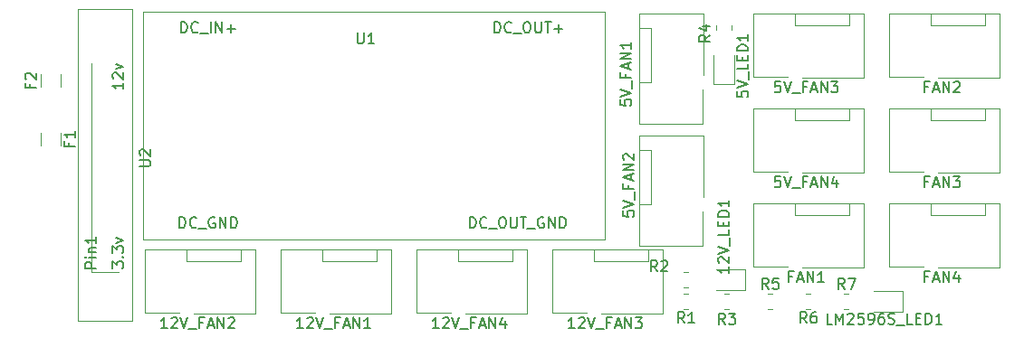
<source format=gbr>
%TF.GenerationSoftware,KiCad,Pcbnew,(5.1.10)-1*%
%TF.CreationDate,2021-07-19T20:33:02+08:00*%
%TF.ProjectId,FanDCControl,46616e44-4343-46f6-9e74-726f6c2e6b69,rev?*%
%TF.SameCoordinates,Original*%
%TF.FileFunction,Legend,Top*%
%TF.FilePolarity,Positive*%
%FSLAX46Y46*%
G04 Gerber Fmt 4.6, Leading zero omitted, Abs format (unit mm)*
G04 Created by KiCad (PCBNEW (5.1.10)-1) date 2021-07-19 20:33:02*
%MOMM*%
%LPD*%
G01*
G04 APERTURE LIST*
%ADD10C,0.120000*%
%ADD11C,0.150000*%
G04 APERTURE END LIST*
D10*
%TO.C,R7*%
X147854936Y-90959000D02*
X148309064Y-90959000D01*
X147854936Y-92429000D02*
X148309064Y-92429000D01*
%TO.C,R6*%
X144298936Y-90959000D02*
X144753064Y-90959000D01*
X144298936Y-92429000D02*
X144753064Y-92429000D01*
%TO.C,R5*%
X140742936Y-90959000D02*
X141197064Y-90959000D01*
X140742936Y-92429000D02*
X141197064Y-92429000D01*
%TO.C,LM2596S_LED1*%
X150638000Y-92654000D02*
X153323000Y-92654000D01*
X153323000Y-92654000D02*
X153323000Y-90734000D01*
X153323000Y-90734000D02*
X150638000Y-90734000D01*
%TO.C,R4*%
X135917000Y-66267064D02*
X135917000Y-65812936D01*
X137387000Y-66267064D02*
X137387000Y-65812936D01*
%TO.C,R3*%
X137133064Y-92429000D02*
X136678936Y-92429000D01*
X137133064Y-90959000D02*
X136678936Y-90959000D01*
%TO.C,R2*%
X132868936Y-90959000D02*
X133323064Y-90959000D01*
X132868936Y-92429000D02*
X133323064Y-92429000D01*
%TO.C,R1*%
X133323064Y-90397000D02*
X132868936Y-90397000D01*
X133323064Y-88927000D02*
X132868936Y-88927000D01*
%TO.C,F2*%
X72750000Y-71592064D02*
X72750000Y-70387936D01*
X74570000Y-71592064D02*
X74570000Y-70387936D01*
%TO.C,F1*%
X74570000Y-75851936D02*
X74570000Y-77056064D01*
X72750000Y-75851936D02*
X72750000Y-77056064D01*
%TO.C,5V_LED1*%
X135692000Y-68596000D02*
X135692000Y-71281000D01*
X135692000Y-71281000D02*
X137612000Y-71281000D01*
X137612000Y-71281000D02*
X137612000Y-68596000D01*
%TO.C,12V_LED1*%
X135906000Y-90622000D02*
X138591000Y-90622000D01*
X138591000Y-90622000D02*
X138591000Y-88702000D01*
X138591000Y-88702000D02*
X135906000Y-88702000D01*
%TO.C,U2*%
X76200000Y-93472000D02*
X81280000Y-93472000D01*
X81280000Y-93472000D02*
X81280000Y-64262000D01*
X81280000Y-64262000D02*
X76200000Y-64262000D01*
X76200000Y-64262000D02*
X76200000Y-93472000D01*
X80010000Y-88950800D02*
X77470000Y-88950800D01*
X77470000Y-88925400D02*
X77470000Y-69342000D01*
%TO.C,U1*%
X125476000Y-64516000D02*
X83820000Y-64516000D01*
X125476000Y-85852000D02*
X125476000Y-64516000D01*
X82296000Y-85852000D02*
X125476000Y-85852000D01*
X82296000Y-64516000D02*
X82296000Y-85852000D01*
X83820000Y-64516000D02*
X82296000Y-64516000D01*
%TO.C,FAN4*%
X162386000Y-88452000D02*
X156636000Y-88452000D01*
X155286000Y-88402000D02*
X152086000Y-88402000D01*
X152086000Y-88402000D02*
X152086000Y-82452000D01*
X152086000Y-82452000D02*
X162386000Y-82452000D01*
X162386000Y-82452000D02*
X162386000Y-88452000D01*
X161036000Y-82552000D02*
X161036000Y-83562000D01*
X161036000Y-83562000D02*
X155956000Y-83562000D01*
X155956000Y-83562000D02*
X155956000Y-82552000D01*
%TO.C,FAN3*%
X162386000Y-79562000D02*
X156636000Y-79562000D01*
X155286000Y-79512000D02*
X152086000Y-79512000D01*
X152086000Y-79512000D02*
X152086000Y-73562000D01*
X152086000Y-73562000D02*
X162386000Y-73562000D01*
X162386000Y-73562000D02*
X162386000Y-79562000D01*
X161036000Y-73662000D02*
X161036000Y-74672000D01*
X161036000Y-74672000D02*
X155956000Y-74672000D01*
X155956000Y-74672000D02*
X155956000Y-73662000D01*
%TO.C,FAN2*%
X162386000Y-70672000D02*
X156636000Y-70672000D01*
X155286000Y-70622000D02*
X152086000Y-70622000D01*
X152086000Y-70622000D02*
X152086000Y-64672000D01*
X152086000Y-64672000D02*
X162386000Y-64672000D01*
X162386000Y-64672000D02*
X162386000Y-70672000D01*
X161036000Y-64772000D02*
X161036000Y-65782000D01*
X161036000Y-65782000D02*
X155956000Y-65782000D01*
X155956000Y-65782000D02*
X155956000Y-64772000D01*
%TO.C,FAN1*%
X149686000Y-88452000D02*
X143936000Y-88452000D01*
X142586000Y-88402000D02*
X139386000Y-88402000D01*
X139386000Y-88402000D02*
X139386000Y-82452000D01*
X139386000Y-82452000D02*
X149686000Y-82452000D01*
X149686000Y-82452000D02*
X149686000Y-88452000D01*
X148336000Y-82552000D02*
X148336000Y-83562000D01*
X148336000Y-83562000D02*
X143256000Y-83562000D01*
X143256000Y-83562000D02*
X143256000Y-82552000D01*
%TO.C,5V_FAN4*%
X149686000Y-79562000D02*
X143936000Y-79562000D01*
X142586000Y-79512000D02*
X139386000Y-79512000D01*
X139386000Y-79512000D02*
X139386000Y-73562000D01*
X139386000Y-73562000D02*
X149686000Y-73562000D01*
X149686000Y-73562000D02*
X149686000Y-79562000D01*
X148336000Y-73662000D02*
X148336000Y-74672000D01*
X148336000Y-74672000D02*
X143256000Y-74672000D01*
X143256000Y-74672000D02*
X143256000Y-73662000D01*
%TO.C,5V_FAN3*%
X149686000Y-70672000D02*
X143936000Y-70672000D01*
X142586000Y-70622000D02*
X139386000Y-70622000D01*
X139386000Y-70622000D02*
X139386000Y-64672000D01*
X139386000Y-64672000D02*
X149686000Y-64672000D01*
X149686000Y-64672000D02*
X149686000Y-70672000D01*
X148336000Y-64772000D02*
X148336000Y-65782000D01*
X148336000Y-65782000D02*
X143256000Y-65782000D01*
X143256000Y-65782000D02*
X143256000Y-64772000D01*
%TO.C,5V_FAN2*%
X134680000Y-76120000D02*
X134680000Y-81870000D01*
X134630000Y-83220000D02*
X134630000Y-86420000D01*
X134630000Y-86420000D02*
X128680000Y-86420000D01*
X128680000Y-86420000D02*
X128680000Y-76120000D01*
X128680000Y-76120000D02*
X134680000Y-76120000D01*
X128780000Y-77470000D02*
X129790000Y-77470000D01*
X129790000Y-77470000D02*
X129790000Y-82550000D01*
X129790000Y-82550000D02*
X128780000Y-82550000D01*
%TO.C,5V_FAN1*%
X134680000Y-64690000D02*
X134680000Y-70440000D01*
X134630000Y-71790000D02*
X134630000Y-74990000D01*
X134630000Y-74990000D02*
X128680000Y-74990000D01*
X128680000Y-74990000D02*
X128680000Y-64690000D01*
X128680000Y-64690000D02*
X134680000Y-64690000D01*
X128780000Y-66040000D02*
X129790000Y-66040000D01*
X129790000Y-66040000D02*
X129790000Y-71120000D01*
X129790000Y-71120000D02*
X128780000Y-71120000D01*
%TO.C,12V_FAN4*%
X118190000Y-92770000D02*
X112440000Y-92770000D01*
X111090000Y-92720000D02*
X107890000Y-92720000D01*
X107890000Y-92720000D02*
X107890000Y-86770000D01*
X107890000Y-86770000D02*
X118190000Y-86770000D01*
X118190000Y-86770000D02*
X118190000Y-92770000D01*
X116840000Y-86870000D02*
X116840000Y-87880000D01*
X116840000Y-87880000D02*
X111760000Y-87880000D01*
X111760000Y-87880000D02*
X111760000Y-86870000D01*
%TO.C,12V_FAN3*%
X130890000Y-92770000D02*
X125140000Y-92770000D01*
X123790000Y-92720000D02*
X120590000Y-92720000D01*
X120590000Y-92720000D02*
X120590000Y-86770000D01*
X120590000Y-86770000D02*
X130890000Y-86770000D01*
X130890000Y-86770000D02*
X130890000Y-92770000D01*
X129540000Y-86870000D02*
X129540000Y-87880000D01*
X129540000Y-87880000D02*
X124460000Y-87880000D01*
X124460000Y-87880000D02*
X124460000Y-86870000D01*
%TO.C,12V_FAN2*%
X92790000Y-92770000D02*
X87040000Y-92770000D01*
X85690000Y-92720000D02*
X82490000Y-92720000D01*
X82490000Y-92720000D02*
X82490000Y-86770000D01*
X82490000Y-86770000D02*
X92790000Y-86770000D01*
X92790000Y-86770000D02*
X92790000Y-92770000D01*
X91440000Y-86870000D02*
X91440000Y-87880000D01*
X91440000Y-87880000D02*
X86360000Y-87880000D01*
X86360000Y-87880000D02*
X86360000Y-86870000D01*
%TO.C,12V_FAN1*%
X105490000Y-92770000D02*
X99740000Y-92770000D01*
X98390000Y-92720000D02*
X95190000Y-92720000D01*
X95190000Y-92720000D02*
X95190000Y-86770000D01*
X95190000Y-86770000D02*
X105490000Y-86770000D01*
X105490000Y-86770000D02*
X105490000Y-92770000D01*
X104140000Y-86870000D02*
X104140000Y-87880000D01*
X104140000Y-87880000D02*
X99060000Y-87880000D01*
X99060000Y-87880000D02*
X99060000Y-86870000D01*
%TO.C,R7*%
D11*
X147915333Y-90496380D02*
X147582000Y-90020190D01*
X147343904Y-90496380D02*
X147343904Y-89496380D01*
X147724857Y-89496380D01*
X147820095Y-89544000D01*
X147867714Y-89591619D01*
X147915333Y-89686857D01*
X147915333Y-89829714D01*
X147867714Y-89924952D01*
X147820095Y-89972571D01*
X147724857Y-90020190D01*
X147343904Y-90020190D01*
X148248666Y-89496380D02*
X148915333Y-89496380D01*
X148486761Y-90496380D01*
%TO.C,R6*%
X144359333Y-93670380D02*
X144026000Y-93194190D01*
X143787904Y-93670380D02*
X143787904Y-92670380D01*
X144168857Y-92670380D01*
X144264095Y-92718000D01*
X144311714Y-92765619D01*
X144359333Y-92860857D01*
X144359333Y-93003714D01*
X144311714Y-93098952D01*
X144264095Y-93146571D01*
X144168857Y-93194190D01*
X143787904Y-93194190D01*
X145216476Y-92670380D02*
X145026000Y-92670380D01*
X144930761Y-92718000D01*
X144883142Y-92765619D01*
X144787904Y-92908476D01*
X144740285Y-93098952D01*
X144740285Y-93479904D01*
X144787904Y-93575142D01*
X144835523Y-93622761D01*
X144930761Y-93670380D01*
X145121238Y-93670380D01*
X145216476Y-93622761D01*
X145264095Y-93575142D01*
X145311714Y-93479904D01*
X145311714Y-93241809D01*
X145264095Y-93146571D01*
X145216476Y-93098952D01*
X145121238Y-93051333D01*
X144930761Y-93051333D01*
X144835523Y-93098952D01*
X144787904Y-93146571D01*
X144740285Y-93241809D01*
%TO.C,R5*%
X140803333Y-90496380D02*
X140470000Y-90020190D01*
X140231904Y-90496380D02*
X140231904Y-89496380D01*
X140612857Y-89496380D01*
X140708095Y-89544000D01*
X140755714Y-89591619D01*
X140803333Y-89686857D01*
X140803333Y-89829714D01*
X140755714Y-89924952D01*
X140708095Y-89972571D01*
X140612857Y-90020190D01*
X140231904Y-90020190D01*
X141708095Y-89496380D02*
X141231904Y-89496380D01*
X141184285Y-89972571D01*
X141231904Y-89924952D01*
X141327142Y-89877333D01*
X141565238Y-89877333D01*
X141660476Y-89924952D01*
X141708095Y-89972571D01*
X141755714Y-90067809D01*
X141755714Y-90305904D01*
X141708095Y-90401142D01*
X141660476Y-90448761D01*
X141565238Y-90496380D01*
X141327142Y-90496380D01*
X141231904Y-90448761D01*
X141184285Y-90401142D01*
%TO.C,LM2596S_LED1*%
X146780857Y-93796380D02*
X146304666Y-93796380D01*
X146304666Y-92796380D01*
X147114190Y-93796380D02*
X147114190Y-92796380D01*
X147447523Y-93510666D01*
X147780857Y-92796380D01*
X147780857Y-93796380D01*
X148209428Y-92891619D02*
X148257047Y-92844000D01*
X148352285Y-92796380D01*
X148590380Y-92796380D01*
X148685619Y-92844000D01*
X148733238Y-92891619D01*
X148780857Y-92986857D01*
X148780857Y-93082095D01*
X148733238Y-93224952D01*
X148161809Y-93796380D01*
X148780857Y-93796380D01*
X149685619Y-92796380D02*
X149209428Y-92796380D01*
X149161809Y-93272571D01*
X149209428Y-93224952D01*
X149304666Y-93177333D01*
X149542761Y-93177333D01*
X149638000Y-93224952D01*
X149685619Y-93272571D01*
X149733238Y-93367809D01*
X149733238Y-93605904D01*
X149685619Y-93701142D01*
X149638000Y-93748761D01*
X149542761Y-93796380D01*
X149304666Y-93796380D01*
X149209428Y-93748761D01*
X149161809Y-93701142D01*
X150209428Y-93796380D02*
X150399904Y-93796380D01*
X150495142Y-93748761D01*
X150542761Y-93701142D01*
X150638000Y-93558285D01*
X150685619Y-93367809D01*
X150685619Y-92986857D01*
X150638000Y-92891619D01*
X150590380Y-92844000D01*
X150495142Y-92796380D01*
X150304666Y-92796380D01*
X150209428Y-92844000D01*
X150161809Y-92891619D01*
X150114190Y-92986857D01*
X150114190Y-93224952D01*
X150161809Y-93320190D01*
X150209428Y-93367809D01*
X150304666Y-93415428D01*
X150495142Y-93415428D01*
X150590380Y-93367809D01*
X150638000Y-93320190D01*
X150685619Y-93224952D01*
X151542761Y-92796380D02*
X151352285Y-92796380D01*
X151257047Y-92844000D01*
X151209428Y-92891619D01*
X151114190Y-93034476D01*
X151066571Y-93224952D01*
X151066571Y-93605904D01*
X151114190Y-93701142D01*
X151161809Y-93748761D01*
X151257047Y-93796380D01*
X151447523Y-93796380D01*
X151542761Y-93748761D01*
X151590380Y-93701142D01*
X151638000Y-93605904D01*
X151638000Y-93367809D01*
X151590380Y-93272571D01*
X151542761Y-93224952D01*
X151447523Y-93177333D01*
X151257047Y-93177333D01*
X151161809Y-93224952D01*
X151114190Y-93272571D01*
X151066571Y-93367809D01*
X152018952Y-93748761D02*
X152161809Y-93796380D01*
X152399904Y-93796380D01*
X152495142Y-93748761D01*
X152542761Y-93701142D01*
X152590380Y-93605904D01*
X152590380Y-93510666D01*
X152542761Y-93415428D01*
X152495142Y-93367809D01*
X152399904Y-93320190D01*
X152209428Y-93272571D01*
X152114190Y-93224952D01*
X152066571Y-93177333D01*
X152018952Y-93082095D01*
X152018952Y-92986857D01*
X152066571Y-92891619D01*
X152114190Y-92844000D01*
X152209428Y-92796380D01*
X152447523Y-92796380D01*
X152590380Y-92844000D01*
X152780857Y-93891619D02*
X153542761Y-93891619D01*
X154257047Y-93796380D02*
X153780857Y-93796380D01*
X153780857Y-92796380D01*
X154590380Y-93272571D02*
X154923714Y-93272571D01*
X155066571Y-93796380D02*
X154590380Y-93796380D01*
X154590380Y-92796380D01*
X155066571Y-92796380D01*
X155495142Y-93796380D02*
X155495142Y-92796380D01*
X155733238Y-92796380D01*
X155876095Y-92844000D01*
X155971333Y-92939238D01*
X156018952Y-93034476D01*
X156066571Y-93224952D01*
X156066571Y-93367809D01*
X156018952Y-93558285D01*
X155971333Y-93653523D01*
X155876095Y-93748761D01*
X155733238Y-93796380D01*
X155495142Y-93796380D01*
X157018952Y-93796380D02*
X156447523Y-93796380D01*
X156733238Y-93796380D02*
X156733238Y-92796380D01*
X156638000Y-92939238D01*
X156542761Y-93034476D01*
X156447523Y-93082095D01*
%TO.C,R4*%
X135326380Y-66714666D02*
X134850190Y-67048000D01*
X135326380Y-67286095D02*
X134326380Y-67286095D01*
X134326380Y-66905142D01*
X134374000Y-66809904D01*
X134421619Y-66762285D01*
X134516857Y-66714666D01*
X134659714Y-66714666D01*
X134754952Y-66762285D01*
X134802571Y-66809904D01*
X134850190Y-66905142D01*
X134850190Y-67286095D01*
X134659714Y-65857523D02*
X135326380Y-65857523D01*
X134278761Y-66095619D02*
X134993047Y-66333714D01*
X134993047Y-65714666D01*
%TO.C,R3*%
X136739333Y-93796380D02*
X136406000Y-93320190D01*
X136167904Y-93796380D02*
X136167904Y-92796380D01*
X136548857Y-92796380D01*
X136644095Y-92844000D01*
X136691714Y-92891619D01*
X136739333Y-92986857D01*
X136739333Y-93129714D01*
X136691714Y-93224952D01*
X136644095Y-93272571D01*
X136548857Y-93320190D01*
X136167904Y-93320190D01*
X137072666Y-92796380D02*
X137691714Y-92796380D01*
X137358380Y-93177333D01*
X137501238Y-93177333D01*
X137596476Y-93224952D01*
X137644095Y-93272571D01*
X137691714Y-93367809D01*
X137691714Y-93605904D01*
X137644095Y-93701142D01*
X137596476Y-93748761D01*
X137501238Y-93796380D01*
X137215523Y-93796380D01*
X137120285Y-93748761D01*
X137072666Y-93701142D01*
%TO.C,R2*%
X130389333Y-88844380D02*
X130056000Y-88368190D01*
X129817904Y-88844380D02*
X129817904Y-87844380D01*
X130198857Y-87844380D01*
X130294095Y-87892000D01*
X130341714Y-87939619D01*
X130389333Y-88034857D01*
X130389333Y-88177714D01*
X130341714Y-88272952D01*
X130294095Y-88320571D01*
X130198857Y-88368190D01*
X129817904Y-88368190D01*
X130770285Y-87939619D02*
X130817904Y-87892000D01*
X130913142Y-87844380D01*
X131151238Y-87844380D01*
X131246476Y-87892000D01*
X131294095Y-87939619D01*
X131341714Y-88034857D01*
X131341714Y-88130095D01*
X131294095Y-88272952D01*
X130722666Y-88844380D01*
X131341714Y-88844380D01*
%TO.C,R1*%
X132929333Y-93670380D02*
X132596000Y-93194190D01*
X132357904Y-93670380D02*
X132357904Y-92670380D01*
X132738857Y-92670380D01*
X132834095Y-92718000D01*
X132881714Y-92765619D01*
X132929333Y-92860857D01*
X132929333Y-93003714D01*
X132881714Y-93098952D01*
X132834095Y-93146571D01*
X132738857Y-93194190D01*
X132357904Y-93194190D01*
X133881714Y-93670380D02*
X133310285Y-93670380D01*
X133596000Y-93670380D02*
X133596000Y-92670380D01*
X133500761Y-92813238D01*
X133405523Y-92908476D01*
X133310285Y-92956095D01*
%TO.C,F2*%
X71768571Y-71323333D02*
X71768571Y-71656666D01*
X72292380Y-71656666D02*
X71292380Y-71656666D01*
X71292380Y-71180476D01*
X71387619Y-70847142D02*
X71340000Y-70799523D01*
X71292380Y-70704285D01*
X71292380Y-70466190D01*
X71340000Y-70370952D01*
X71387619Y-70323333D01*
X71482857Y-70275714D01*
X71578095Y-70275714D01*
X71720952Y-70323333D01*
X72292380Y-70894761D01*
X72292380Y-70275714D01*
%TO.C,F1*%
X75408571Y-76787333D02*
X75408571Y-77120666D01*
X75932380Y-77120666D02*
X74932380Y-77120666D01*
X74932380Y-76644476D01*
X75932380Y-75739714D02*
X75932380Y-76311142D01*
X75932380Y-76025428D02*
X74932380Y-76025428D01*
X75075238Y-76120666D01*
X75170476Y-76215904D01*
X75218095Y-76311142D01*
%TO.C,5V_LED1*%
X137882380Y-72000761D02*
X137882380Y-72476952D01*
X138358571Y-72524571D01*
X138310952Y-72476952D01*
X138263333Y-72381714D01*
X138263333Y-72143619D01*
X138310952Y-72048380D01*
X138358571Y-72000761D01*
X138453809Y-71953142D01*
X138691904Y-71953142D01*
X138787142Y-72000761D01*
X138834761Y-72048380D01*
X138882380Y-72143619D01*
X138882380Y-72381714D01*
X138834761Y-72476952D01*
X138787142Y-72524571D01*
X137882380Y-71667428D02*
X138882380Y-71334095D01*
X137882380Y-71000761D01*
X138977619Y-70905523D02*
X138977619Y-70143619D01*
X138882380Y-69429333D02*
X138882380Y-69905523D01*
X137882380Y-69905523D01*
X138358571Y-69096000D02*
X138358571Y-68762666D01*
X138882380Y-68619809D02*
X138882380Y-69096000D01*
X137882380Y-69096000D01*
X137882380Y-68619809D01*
X138882380Y-68191238D02*
X137882380Y-68191238D01*
X137882380Y-67953142D01*
X137930000Y-67810285D01*
X138025238Y-67715047D01*
X138120476Y-67667428D01*
X138310952Y-67619809D01*
X138453809Y-67619809D01*
X138644285Y-67667428D01*
X138739523Y-67715047D01*
X138834761Y-67810285D01*
X138882380Y-67953142D01*
X138882380Y-68191238D01*
X138882380Y-66667428D02*
X138882380Y-67238857D01*
X138882380Y-66953142D02*
X137882380Y-66953142D01*
X138025238Y-67048380D01*
X138120476Y-67143619D01*
X138168095Y-67238857D01*
%TO.C,12V_LED1*%
X137104380Y-88431333D02*
X137104380Y-89002761D01*
X137104380Y-88717047D02*
X136104380Y-88717047D01*
X136247238Y-88812285D01*
X136342476Y-88907523D01*
X136390095Y-89002761D01*
X136199619Y-88050380D02*
X136152000Y-88002761D01*
X136104380Y-87907523D01*
X136104380Y-87669428D01*
X136152000Y-87574190D01*
X136199619Y-87526571D01*
X136294857Y-87478952D01*
X136390095Y-87478952D01*
X136532952Y-87526571D01*
X137104380Y-88098000D01*
X137104380Y-87478952D01*
X136104380Y-87193238D02*
X137104380Y-86859904D01*
X136104380Y-86526571D01*
X137199619Y-86431333D02*
X137199619Y-85669428D01*
X137104380Y-84955142D02*
X137104380Y-85431333D01*
X136104380Y-85431333D01*
X136580571Y-84621809D02*
X136580571Y-84288476D01*
X137104380Y-84145619D02*
X137104380Y-84621809D01*
X136104380Y-84621809D01*
X136104380Y-84145619D01*
X137104380Y-83717047D02*
X136104380Y-83717047D01*
X136104380Y-83478952D01*
X136152000Y-83336095D01*
X136247238Y-83240857D01*
X136342476Y-83193238D01*
X136532952Y-83145619D01*
X136675809Y-83145619D01*
X136866285Y-83193238D01*
X136961523Y-83240857D01*
X137056761Y-83336095D01*
X137104380Y-83478952D01*
X137104380Y-83717047D01*
X137104380Y-82193238D02*
X137104380Y-82764666D01*
X137104380Y-82478952D02*
X136104380Y-82478952D01*
X136247238Y-82574190D01*
X136342476Y-82669428D01*
X136390095Y-82764666D01*
%TO.C,U2*%
X82002380Y-78993904D02*
X82811904Y-78993904D01*
X82907142Y-78946285D01*
X82954761Y-78898666D01*
X83002380Y-78803428D01*
X83002380Y-78612952D01*
X82954761Y-78517714D01*
X82907142Y-78470095D01*
X82811904Y-78422476D01*
X82002380Y-78422476D01*
X82097619Y-77993904D02*
X82050000Y-77946285D01*
X82002380Y-77851047D01*
X82002380Y-77612952D01*
X82050000Y-77517714D01*
X82097619Y-77470095D01*
X82192857Y-77422476D01*
X82288095Y-77422476D01*
X82430952Y-77470095D01*
X83002380Y-78041523D01*
X83002380Y-77422476D01*
X77922380Y-88550571D02*
X76922380Y-88550571D01*
X76922380Y-88169619D01*
X76970000Y-88074380D01*
X77017619Y-88026761D01*
X77112857Y-87979142D01*
X77255714Y-87979142D01*
X77350952Y-88026761D01*
X77398571Y-88074380D01*
X77446190Y-88169619D01*
X77446190Y-88550571D01*
X77922380Y-87550571D02*
X77255714Y-87550571D01*
X76922380Y-87550571D02*
X76970000Y-87598190D01*
X77017619Y-87550571D01*
X76970000Y-87502952D01*
X76922380Y-87550571D01*
X77017619Y-87550571D01*
X77255714Y-87074380D02*
X77922380Y-87074380D01*
X77350952Y-87074380D02*
X77303333Y-87026761D01*
X77255714Y-86931523D01*
X77255714Y-86788666D01*
X77303333Y-86693428D01*
X77398571Y-86645809D01*
X77922380Y-86645809D01*
X77922380Y-85645809D02*
X77922380Y-86217238D01*
X77922380Y-85931523D02*
X76922380Y-85931523D01*
X77065238Y-86026761D01*
X77160476Y-86122000D01*
X77208095Y-86217238D01*
X80462380Y-71183428D02*
X80462380Y-71754857D01*
X80462380Y-71469142D02*
X79462380Y-71469142D01*
X79605238Y-71564380D01*
X79700476Y-71659619D01*
X79748095Y-71754857D01*
X79557619Y-70802476D02*
X79510000Y-70754857D01*
X79462380Y-70659619D01*
X79462380Y-70421523D01*
X79510000Y-70326285D01*
X79557619Y-70278666D01*
X79652857Y-70231047D01*
X79748095Y-70231047D01*
X79890952Y-70278666D01*
X80462380Y-70850095D01*
X80462380Y-70231047D01*
X79795714Y-69897714D02*
X80462380Y-69659619D01*
X79795714Y-69421523D01*
X79462380Y-88550571D02*
X79462380Y-87931523D01*
X79843333Y-88264857D01*
X79843333Y-88122000D01*
X79890952Y-88026761D01*
X79938571Y-87979142D01*
X80033809Y-87931523D01*
X80271904Y-87931523D01*
X80367142Y-87979142D01*
X80414761Y-88026761D01*
X80462380Y-88122000D01*
X80462380Y-88407714D01*
X80414761Y-88502952D01*
X80367142Y-88550571D01*
X80367142Y-87502952D02*
X80414761Y-87455333D01*
X80462380Y-87502952D01*
X80414761Y-87550571D01*
X80367142Y-87502952D01*
X80462380Y-87502952D01*
X79462380Y-87122000D02*
X79462380Y-86502952D01*
X79843333Y-86836285D01*
X79843333Y-86693428D01*
X79890952Y-86598190D01*
X79938571Y-86550571D01*
X80033809Y-86502952D01*
X80271904Y-86502952D01*
X80367142Y-86550571D01*
X80414761Y-86598190D01*
X80462380Y-86693428D01*
X80462380Y-86979142D01*
X80414761Y-87074380D01*
X80367142Y-87122000D01*
X79795714Y-86169619D02*
X80462380Y-85931523D01*
X79795714Y-85693428D01*
%TO.C,U1*%
X102362095Y-66508380D02*
X102362095Y-67317904D01*
X102409714Y-67413142D01*
X102457333Y-67460761D01*
X102552571Y-67508380D01*
X102743047Y-67508380D01*
X102838285Y-67460761D01*
X102885904Y-67413142D01*
X102933523Y-67317904D01*
X102933523Y-66508380D01*
X103933523Y-67508380D02*
X103362095Y-67508380D01*
X103647809Y-67508380D02*
X103647809Y-66508380D01*
X103552571Y-66651238D01*
X103457333Y-66746476D01*
X103362095Y-66794095D01*
X115173523Y-66492380D02*
X115173523Y-65492380D01*
X115411619Y-65492380D01*
X115554476Y-65540000D01*
X115649714Y-65635238D01*
X115697333Y-65730476D01*
X115744952Y-65920952D01*
X115744952Y-66063809D01*
X115697333Y-66254285D01*
X115649714Y-66349523D01*
X115554476Y-66444761D01*
X115411619Y-66492380D01*
X115173523Y-66492380D01*
X116744952Y-66397142D02*
X116697333Y-66444761D01*
X116554476Y-66492380D01*
X116459238Y-66492380D01*
X116316380Y-66444761D01*
X116221142Y-66349523D01*
X116173523Y-66254285D01*
X116125904Y-66063809D01*
X116125904Y-65920952D01*
X116173523Y-65730476D01*
X116221142Y-65635238D01*
X116316380Y-65540000D01*
X116459238Y-65492380D01*
X116554476Y-65492380D01*
X116697333Y-65540000D01*
X116744952Y-65587619D01*
X116935428Y-66587619D02*
X117697333Y-66587619D01*
X118125904Y-65492380D02*
X118316380Y-65492380D01*
X118411619Y-65540000D01*
X118506857Y-65635238D01*
X118554476Y-65825714D01*
X118554476Y-66159047D01*
X118506857Y-66349523D01*
X118411619Y-66444761D01*
X118316380Y-66492380D01*
X118125904Y-66492380D01*
X118030666Y-66444761D01*
X117935428Y-66349523D01*
X117887809Y-66159047D01*
X117887809Y-65825714D01*
X117935428Y-65635238D01*
X118030666Y-65540000D01*
X118125904Y-65492380D01*
X118983047Y-65492380D02*
X118983047Y-66301904D01*
X119030666Y-66397142D01*
X119078285Y-66444761D01*
X119173523Y-66492380D01*
X119364000Y-66492380D01*
X119459238Y-66444761D01*
X119506857Y-66397142D01*
X119554476Y-66301904D01*
X119554476Y-65492380D01*
X119887809Y-65492380D02*
X120459238Y-65492380D01*
X120173523Y-66492380D02*
X120173523Y-65492380D01*
X120792571Y-66111428D02*
X121554476Y-66111428D01*
X121173523Y-66492380D02*
X121173523Y-65730476D01*
X112871809Y-84780380D02*
X112871809Y-83780380D01*
X113109904Y-83780380D01*
X113252761Y-83828000D01*
X113348000Y-83923238D01*
X113395619Y-84018476D01*
X113443238Y-84208952D01*
X113443238Y-84351809D01*
X113395619Y-84542285D01*
X113348000Y-84637523D01*
X113252761Y-84732761D01*
X113109904Y-84780380D01*
X112871809Y-84780380D01*
X114443238Y-84685142D02*
X114395619Y-84732761D01*
X114252761Y-84780380D01*
X114157523Y-84780380D01*
X114014666Y-84732761D01*
X113919428Y-84637523D01*
X113871809Y-84542285D01*
X113824190Y-84351809D01*
X113824190Y-84208952D01*
X113871809Y-84018476D01*
X113919428Y-83923238D01*
X114014666Y-83828000D01*
X114157523Y-83780380D01*
X114252761Y-83780380D01*
X114395619Y-83828000D01*
X114443238Y-83875619D01*
X114633714Y-84875619D02*
X115395619Y-84875619D01*
X115824190Y-83780380D02*
X116014666Y-83780380D01*
X116109904Y-83828000D01*
X116205142Y-83923238D01*
X116252761Y-84113714D01*
X116252761Y-84447047D01*
X116205142Y-84637523D01*
X116109904Y-84732761D01*
X116014666Y-84780380D01*
X115824190Y-84780380D01*
X115728952Y-84732761D01*
X115633714Y-84637523D01*
X115586095Y-84447047D01*
X115586095Y-84113714D01*
X115633714Y-83923238D01*
X115728952Y-83828000D01*
X115824190Y-83780380D01*
X116681333Y-83780380D02*
X116681333Y-84589904D01*
X116728952Y-84685142D01*
X116776571Y-84732761D01*
X116871809Y-84780380D01*
X117062285Y-84780380D01*
X117157523Y-84732761D01*
X117205142Y-84685142D01*
X117252761Y-84589904D01*
X117252761Y-83780380D01*
X117586095Y-83780380D02*
X118157523Y-83780380D01*
X117871809Y-84780380D02*
X117871809Y-83780380D01*
X118252761Y-84875619D02*
X119014666Y-84875619D01*
X119776571Y-83828000D02*
X119681333Y-83780380D01*
X119538476Y-83780380D01*
X119395619Y-83828000D01*
X119300380Y-83923238D01*
X119252761Y-84018476D01*
X119205142Y-84208952D01*
X119205142Y-84351809D01*
X119252761Y-84542285D01*
X119300380Y-84637523D01*
X119395619Y-84732761D01*
X119538476Y-84780380D01*
X119633714Y-84780380D01*
X119776571Y-84732761D01*
X119824190Y-84685142D01*
X119824190Y-84351809D01*
X119633714Y-84351809D01*
X120252761Y-84780380D02*
X120252761Y-83780380D01*
X120824190Y-84780380D01*
X120824190Y-83780380D01*
X121300380Y-84780380D02*
X121300380Y-83780380D01*
X121538476Y-83780380D01*
X121681333Y-83828000D01*
X121776571Y-83923238D01*
X121824190Y-84018476D01*
X121871809Y-84208952D01*
X121871809Y-84351809D01*
X121824190Y-84542285D01*
X121776571Y-84637523D01*
X121681333Y-84732761D01*
X121538476Y-84780380D01*
X121300380Y-84780380D01*
X85725333Y-84780380D02*
X85725333Y-83780380D01*
X85963428Y-83780380D01*
X86106285Y-83828000D01*
X86201523Y-83923238D01*
X86249142Y-84018476D01*
X86296761Y-84208952D01*
X86296761Y-84351809D01*
X86249142Y-84542285D01*
X86201523Y-84637523D01*
X86106285Y-84732761D01*
X85963428Y-84780380D01*
X85725333Y-84780380D01*
X87296761Y-84685142D02*
X87249142Y-84732761D01*
X87106285Y-84780380D01*
X87011047Y-84780380D01*
X86868190Y-84732761D01*
X86772952Y-84637523D01*
X86725333Y-84542285D01*
X86677714Y-84351809D01*
X86677714Y-84208952D01*
X86725333Y-84018476D01*
X86772952Y-83923238D01*
X86868190Y-83828000D01*
X87011047Y-83780380D01*
X87106285Y-83780380D01*
X87249142Y-83828000D01*
X87296761Y-83875619D01*
X87487238Y-84875619D02*
X88249142Y-84875619D01*
X89011047Y-83828000D02*
X88915809Y-83780380D01*
X88772952Y-83780380D01*
X88630095Y-83828000D01*
X88534857Y-83923238D01*
X88487238Y-84018476D01*
X88439619Y-84208952D01*
X88439619Y-84351809D01*
X88487238Y-84542285D01*
X88534857Y-84637523D01*
X88630095Y-84732761D01*
X88772952Y-84780380D01*
X88868190Y-84780380D01*
X89011047Y-84732761D01*
X89058666Y-84685142D01*
X89058666Y-84351809D01*
X88868190Y-84351809D01*
X89487238Y-84780380D02*
X89487238Y-83780380D01*
X90058666Y-84780380D01*
X90058666Y-83780380D01*
X90534857Y-84780380D02*
X90534857Y-83780380D01*
X90772952Y-83780380D01*
X90915809Y-83828000D01*
X91011047Y-83923238D01*
X91058666Y-84018476D01*
X91106285Y-84208952D01*
X91106285Y-84351809D01*
X91058666Y-84542285D01*
X91011047Y-84637523D01*
X90915809Y-84732761D01*
X90772952Y-84780380D01*
X90534857Y-84780380D01*
X85868190Y-66492380D02*
X85868190Y-65492380D01*
X86106285Y-65492380D01*
X86249142Y-65540000D01*
X86344380Y-65635238D01*
X86392000Y-65730476D01*
X86439619Y-65920952D01*
X86439619Y-66063809D01*
X86392000Y-66254285D01*
X86344380Y-66349523D01*
X86249142Y-66444761D01*
X86106285Y-66492380D01*
X85868190Y-66492380D01*
X87439619Y-66397142D02*
X87392000Y-66444761D01*
X87249142Y-66492380D01*
X87153904Y-66492380D01*
X87011047Y-66444761D01*
X86915809Y-66349523D01*
X86868190Y-66254285D01*
X86820571Y-66063809D01*
X86820571Y-65920952D01*
X86868190Y-65730476D01*
X86915809Y-65635238D01*
X87011047Y-65540000D01*
X87153904Y-65492380D01*
X87249142Y-65492380D01*
X87392000Y-65540000D01*
X87439619Y-65587619D01*
X87630095Y-66587619D02*
X88392000Y-66587619D01*
X88630095Y-66492380D02*
X88630095Y-65492380D01*
X89106285Y-66492380D02*
X89106285Y-65492380D01*
X89677714Y-66492380D01*
X89677714Y-65492380D01*
X90153904Y-66111428D02*
X90915809Y-66111428D01*
X90534857Y-66492380D02*
X90534857Y-65730476D01*
%TO.C,FAN4*%
X155750285Y-89330571D02*
X155416952Y-89330571D01*
X155416952Y-89854380D02*
X155416952Y-88854380D01*
X155893142Y-88854380D01*
X156226476Y-89568666D02*
X156702666Y-89568666D01*
X156131238Y-89854380D02*
X156464571Y-88854380D01*
X156797904Y-89854380D01*
X157131238Y-89854380D02*
X157131238Y-88854380D01*
X157702666Y-89854380D01*
X157702666Y-88854380D01*
X158607428Y-89187714D02*
X158607428Y-89854380D01*
X158369333Y-88806761D02*
X158131238Y-89521047D01*
X158750285Y-89521047D01*
%TO.C,FAN3*%
X155750285Y-80440571D02*
X155416952Y-80440571D01*
X155416952Y-80964380D02*
X155416952Y-79964380D01*
X155893142Y-79964380D01*
X156226476Y-80678666D02*
X156702666Y-80678666D01*
X156131238Y-80964380D02*
X156464571Y-79964380D01*
X156797904Y-80964380D01*
X157131238Y-80964380D02*
X157131238Y-79964380D01*
X157702666Y-80964380D01*
X157702666Y-79964380D01*
X158083619Y-79964380D02*
X158702666Y-79964380D01*
X158369333Y-80345333D01*
X158512190Y-80345333D01*
X158607428Y-80392952D01*
X158655047Y-80440571D01*
X158702666Y-80535809D01*
X158702666Y-80773904D01*
X158655047Y-80869142D01*
X158607428Y-80916761D01*
X158512190Y-80964380D01*
X158226476Y-80964380D01*
X158131238Y-80916761D01*
X158083619Y-80869142D01*
%TO.C,FAN2*%
X155750285Y-71550571D02*
X155416952Y-71550571D01*
X155416952Y-72074380D02*
X155416952Y-71074380D01*
X155893142Y-71074380D01*
X156226476Y-71788666D02*
X156702666Y-71788666D01*
X156131238Y-72074380D02*
X156464571Y-71074380D01*
X156797904Y-72074380D01*
X157131238Y-72074380D02*
X157131238Y-71074380D01*
X157702666Y-72074380D01*
X157702666Y-71074380D01*
X158131238Y-71169619D02*
X158178857Y-71122000D01*
X158274095Y-71074380D01*
X158512190Y-71074380D01*
X158607428Y-71122000D01*
X158655047Y-71169619D01*
X158702666Y-71264857D01*
X158702666Y-71360095D01*
X158655047Y-71502952D01*
X158083619Y-72074380D01*
X158702666Y-72074380D01*
%TO.C,FAN1*%
X143050285Y-89330571D02*
X142716952Y-89330571D01*
X142716952Y-89854380D02*
X142716952Y-88854380D01*
X143193142Y-88854380D01*
X143526476Y-89568666D02*
X144002666Y-89568666D01*
X143431238Y-89854380D02*
X143764571Y-88854380D01*
X144097904Y-89854380D01*
X144431238Y-89854380D02*
X144431238Y-88854380D01*
X145002666Y-89854380D01*
X145002666Y-88854380D01*
X146002666Y-89854380D02*
X145431238Y-89854380D01*
X145716952Y-89854380D02*
X145716952Y-88854380D01*
X145621714Y-88997238D01*
X145526476Y-89092476D01*
X145431238Y-89140095D01*
%TO.C,5V_FAN4*%
X141907428Y-79964380D02*
X141431238Y-79964380D01*
X141383619Y-80440571D01*
X141431238Y-80392952D01*
X141526476Y-80345333D01*
X141764571Y-80345333D01*
X141859809Y-80392952D01*
X141907428Y-80440571D01*
X141955047Y-80535809D01*
X141955047Y-80773904D01*
X141907428Y-80869142D01*
X141859809Y-80916761D01*
X141764571Y-80964380D01*
X141526476Y-80964380D01*
X141431238Y-80916761D01*
X141383619Y-80869142D01*
X142240761Y-79964380D02*
X142574095Y-80964380D01*
X142907428Y-79964380D01*
X143002666Y-81059619D02*
X143764571Y-81059619D01*
X144336000Y-80440571D02*
X144002666Y-80440571D01*
X144002666Y-80964380D02*
X144002666Y-79964380D01*
X144478857Y-79964380D01*
X144812190Y-80678666D02*
X145288380Y-80678666D01*
X144716952Y-80964380D02*
X145050285Y-79964380D01*
X145383619Y-80964380D01*
X145716952Y-80964380D02*
X145716952Y-79964380D01*
X146288380Y-80964380D01*
X146288380Y-79964380D01*
X147193142Y-80297714D02*
X147193142Y-80964380D01*
X146955047Y-79916761D02*
X146716952Y-80631047D01*
X147336000Y-80631047D01*
%TO.C,5V_FAN3*%
X141907428Y-71074380D02*
X141431238Y-71074380D01*
X141383619Y-71550571D01*
X141431238Y-71502952D01*
X141526476Y-71455333D01*
X141764571Y-71455333D01*
X141859809Y-71502952D01*
X141907428Y-71550571D01*
X141955047Y-71645809D01*
X141955047Y-71883904D01*
X141907428Y-71979142D01*
X141859809Y-72026761D01*
X141764571Y-72074380D01*
X141526476Y-72074380D01*
X141431238Y-72026761D01*
X141383619Y-71979142D01*
X142240761Y-71074380D02*
X142574095Y-72074380D01*
X142907428Y-71074380D01*
X143002666Y-72169619D02*
X143764571Y-72169619D01*
X144336000Y-71550571D02*
X144002666Y-71550571D01*
X144002666Y-72074380D02*
X144002666Y-71074380D01*
X144478857Y-71074380D01*
X144812190Y-71788666D02*
X145288380Y-71788666D01*
X144716952Y-72074380D02*
X145050285Y-71074380D01*
X145383619Y-72074380D01*
X145716952Y-72074380D02*
X145716952Y-71074380D01*
X146288380Y-72074380D01*
X146288380Y-71074380D01*
X146669333Y-71074380D02*
X147288380Y-71074380D01*
X146955047Y-71455333D01*
X147097904Y-71455333D01*
X147193142Y-71502952D01*
X147240761Y-71550571D01*
X147288380Y-71645809D01*
X147288380Y-71883904D01*
X147240761Y-71979142D01*
X147193142Y-72026761D01*
X147097904Y-72074380D01*
X146812190Y-72074380D01*
X146716952Y-72026761D01*
X146669333Y-71979142D01*
%TO.C,5V_FAN2*%
X127214380Y-83200571D02*
X127214380Y-83676761D01*
X127690571Y-83724380D01*
X127642952Y-83676761D01*
X127595333Y-83581523D01*
X127595333Y-83343428D01*
X127642952Y-83248190D01*
X127690571Y-83200571D01*
X127785809Y-83152952D01*
X128023904Y-83152952D01*
X128119142Y-83200571D01*
X128166761Y-83248190D01*
X128214380Y-83343428D01*
X128214380Y-83581523D01*
X128166761Y-83676761D01*
X128119142Y-83724380D01*
X127214380Y-82867238D02*
X128214380Y-82533904D01*
X127214380Y-82200571D01*
X128309619Y-82105333D02*
X128309619Y-81343428D01*
X127690571Y-80772000D02*
X127690571Y-81105333D01*
X128214380Y-81105333D02*
X127214380Y-81105333D01*
X127214380Y-80629142D01*
X127928666Y-80295809D02*
X127928666Y-79819619D01*
X128214380Y-80391047D02*
X127214380Y-80057714D01*
X128214380Y-79724380D01*
X128214380Y-79391047D02*
X127214380Y-79391047D01*
X128214380Y-78819619D01*
X127214380Y-78819619D01*
X127309619Y-78391047D02*
X127262000Y-78343428D01*
X127214380Y-78248190D01*
X127214380Y-78010095D01*
X127262000Y-77914857D01*
X127309619Y-77867238D01*
X127404857Y-77819619D01*
X127500095Y-77819619D01*
X127642952Y-77867238D01*
X128214380Y-78438666D01*
X128214380Y-77819619D01*
%TO.C,5V_FAN1*%
X126960380Y-72786571D02*
X126960380Y-73262761D01*
X127436571Y-73310380D01*
X127388952Y-73262761D01*
X127341333Y-73167523D01*
X127341333Y-72929428D01*
X127388952Y-72834190D01*
X127436571Y-72786571D01*
X127531809Y-72738952D01*
X127769904Y-72738952D01*
X127865142Y-72786571D01*
X127912761Y-72834190D01*
X127960380Y-72929428D01*
X127960380Y-73167523D01*
X127912761Y-73262761D01*
X127865142Y-73310380D01*
X126960380Y-72453238D02*
X127960380Y-72119904D01*
X126960380Y-71786571D01*
X128055619Y-71691333D02*
X128055619Y-70929428D01*
X127436571Y-70358000D02*
X127436571Y-70691333D01*
X127960380Y-70691333D02*
X126960380Y-70691333D01*
X126960380Y-70215142D01*
X127674666Y-69881809D02*
X127674666Y-69405619D01*
X127960380Y-69977047D02*
X126960380Y-69643714D01*
X127960380Y-69310380D01*
X127960380Y-68977047D02*
X126960380Y-68977047D01*
X127960380Y-68405619D01*
X126960380Y-68405619D01*
X127960380Y-67405619D02*
X127960380Y-67977047D01*
X127960380Y-67691333D02*
X126960380Y-67691333D01*
X127103238Y-67786571D01*
X127198476Y-67881809D01*
X127246095Y-67977047D01*
%TO.C,12V_FAN4*%
X109982857Y-94172380D02*
X109411428Y-94172380D01*
X109697142Y-94172380D02*
X109697142Y-93172380D01*
X109601904Y-93315238D01*
X109506666Y-93410476D01*
X109411428Y-93458095D01*
X110363809Y-93267619D02*
X110411428Y-93220000D01*
X110506666Y-93172380D01*
X110744761Y-93172380D01*
X110840000Y-93220000D01*
X110887619Y-93267619D01*
X110935238Y-93362857D01*
X110935238Y-93458095D01*
X110887619Y-93600952D01*
X110316190Y-94172380D01*
X110935238Y-94172380D01*
X111220952Y-93172380D02*
X111554285Y-94172380D01*
X111887619Y-93172380D01*
X111982857Y-94267619D02*
X112744761Y-94267619D01*
X113316190Y-93648571D02*
X112982857Y-93648571D01*
X112982857Y-94172380D02*
X112982857Y-93172380D01*
X113459047Y-93172380D01*
X113792380Y-93886666D02*
X114268571Y-93886666D01*
X113697142Y-94172380D02*
X114030476Y-93172380D01*
X114363809Y-94172380D01*
X114697142Y-94172380D02*
X114697142Y-93172380D01*
X115268571Y-94172380D01*
X115268571Y-93172380D01*
X116173333Y-93505714D02*
X116173333Y-94172380D01*
X115935238Y-93124761D02*
X115697142Y-93839047D01*
X116316190Y-93839047D01*
%TO.C,12V_FAN3*%
X122682857Y-94172380D02*
X122111428Y-94172380D01*
X122397142Y-94172380D02*
X122397142Y-93172380D01*
X122301904Y-93315238D01*
X122206666Y-93410476D01*
X122111428Y-93458095D01*
X123063809Y-93267619D02*
X123111428Y-93220000D01*
X123206666Y-93172380D01*
X123444761Y-93172380D01*
X123540000Y-93220000D01*
X123587619Y-93267619D01*
X123635238Y-93362857D01*
X123635238Y-93458095D01*
X123587619Y-93600952D01*
X123016190Y-94172380D01*
X123635238Y-94172380D01*
X123920952Y-93172380D02*
X124254285Y-94172380D01*
X124587619Y-93172380D01*
X124682857Y-94267619D02*
X125444761Y-94267619D01*
X126016190Y-93648571D02*
X125682857Y-93648571D01*
X125682857Y-94172380D02*
X125682857Y-93172380D01*
X126159047Y-93172380D01*
X126492380Y-93886666D02*
X126968571Y-93886666D01*
X126397142Y-94172380D02*
X126730476Y-93172380D01*
X127063809Y-94172380D01*
X127397142Y-94172380D02*
X127397142Y-93172380D01*
X127968571Y-94172380D01*
X127968571Y-93172380D01*
X128349523Y-93172380D02*
X128968571Y-93172380D01*
X128635238Y-93553333D01*
X128778095Y-93553333D01*
X128873333Y-93600952D01*
X128920952Y-93648571D01*
X128968571Y-93743809D01*
X128968571Y-93981904D01*
X128920952Y-94077142D01*
X128873333Y-94124761D01*
X128778095Y-94172380D01*
X128492380Y-94172380D01*
X128397142Y-94124761D01*
X128349523Y-94077142D01*
%TO.C,12V_FAN2*%
X84582857Y-94172380D02*
X84011428Y-94172380D01*
X84297142Y-94172380D02*
X84297142Y-93172380D01*
X84201904Y-93315238D01*
X84106666Y-93410476D01*
X84011428Y-93458095D01*
X84963809Y-93267619D02*
X85011428Y-93220000D01*
X85106666Y-93172380D01*
X85344761Y-93172380D01*
X85440000Y-93220000D01*
X85487619Y-93267619D01*
X85535238Y-93362857D01*
X85535238Y-93458095D01*
X85487619Y-93600952D01*
X84916190Y-94172380D01*
X85535238Y-94172380D01*
X85820952Y-93172380D02*
X86154285Y-94172380D01*
X86487619Y-93172380D01*
X86582857Y-94267619D02*
X87344761Y-94267619D01*
X87916190Y-93648571D02*
X87582857Y-93648571D01*
X87582857Y-94172380D02*
X87582857Y-93172380D01*
X88059047Y-93172380D01*
X88392380Y-93886666D02*
X88868571Y-93886666D01*
X88297142Y-94172380D02*
X88630476Y-93172380D01*
X88963809Y-94172380D01*
X89297142Y-94172380D02*
X89297142Y-93172380D01*
X89868571Y-94172380D01*
X89868571Y-93172380D01*
X90297142Y-93267619D02*
X90344761Y-93220000D01*
X90440000Y-93172380D01*
X90678095Y-93172380D01*
X90773333Y-93220000D01*
X90820952Y-93267619D01*
X90868571Y-93362857D01*
X90868571Y-93458095D01*
X90820952Y-93600952D01*
X90249523Y-94172380D01*
X90868571Y-94172380D01*
%TO.C,12V_FAN1*%
X97282857Y-94172380D02*
X96711428Y-94172380D01*
X96997142Y-94172380D02*
X96997142Y-93172380D01*
X96901904Y-93315238D01*
X96806666Y-93410476D01*
X96711428Y-93458095D01*
X97663809Y-93267619D02*
X97711428Y-93220000D01*
X97806666Y-93172380D01*
X98044761Y-93172380D01*
X98140000Y-93220000D01*
X98187619Y-93267619D01*
X98235238Y-93362857D01*
X98235238Y-93458095D01*
X98187619Y-93600952D01*
X97616190Y-94172380D01*
X98235238Y-94172380D01*
X98520952Y-93172380D02*
X98854285Y-94172380D01*
X99187619Y-93172380D01*
X99282857Y-94267619D02*
X100044761Y-94267619D01*
X100616190Y-93648571D02*
X100282857Y-93648571D01*
X100282857Y-94172380D02*
X100282857Y-93172380D01*
X100759047Y-93172380D01*
X101092380Y-93886666D02*
X101568571Y-93886666D01*
X100997142Y-94172380D02*
X101330476Y-93172380D01*
X101663809Y-94172380D01*
X101997142Y-94172380D02*
X101997142Y-93172380D01*
X102568571Y-94172380D01*
X102568571Y-93172380D01*
X103568571Y-94172380D02*
X102997142Y-94172380D01*
X103282857Y-94172380D02*
X103282857Y-93172380D01*
X103187619Y-93315238D01*
X103092380Y-93410476D01*
X102997142Y-93458095D01*
%TD*%
M02*

</source>
